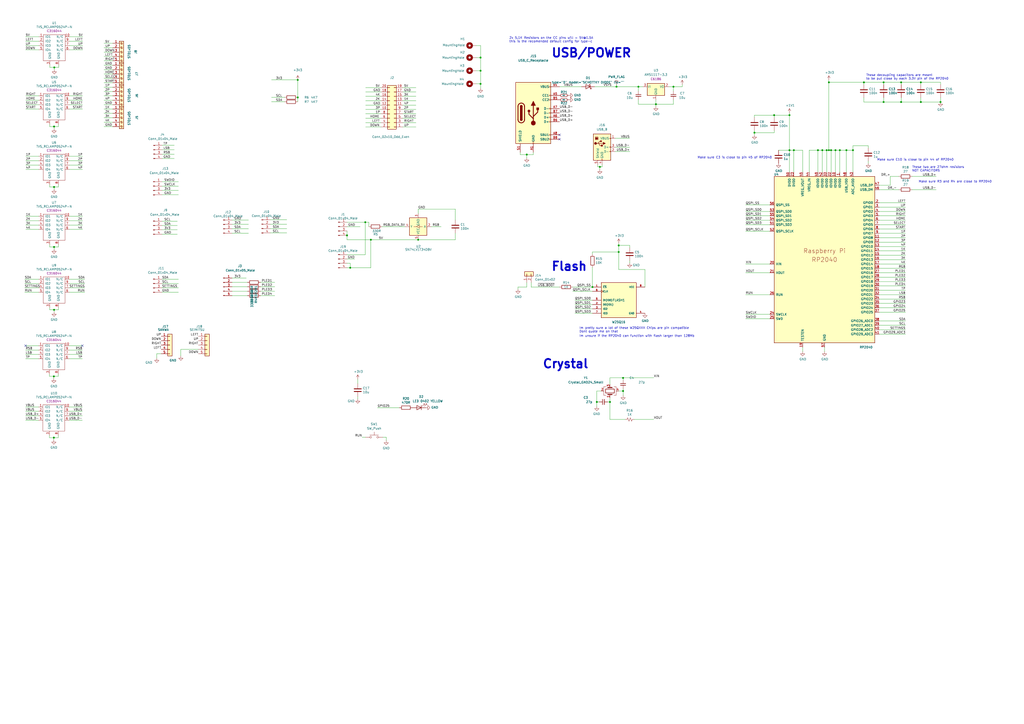
<source format=kicad_sch>
(kicad_sch (version 20211123) (generator eeschema)
  (paper "A2")
  (junction (at 501.142 47.752))
  (junction (at 545.592 59.182))
  (junction (at 357.632 50.292))
  (junction (at 449.072 66.802))
  (junction (at 305.562 89.662))
  (junction (at 343.662 166.497))
  (junction (at 358.902 142.367))
  (junction (at 494.792 87.122))
  (junction (at 278.765 41.021))
  (junction (at 172.72 46.355))
  (junction (at 390.652 50.292))
  (junction (at 380.492 60.452))
  (junction (at 215.138 139.065))
  (junction (at 211.8914 128.905))
  (junction (at 31.369 179.705))
  (junction (at 353.822 233.172))
  (junction (at 203.1573 155.321))
  (junction (at 278.765 48.641))
  (junction (at 31.369 73.406))
  (junction (at 487.172 87.122))
  (junction (at 358.902 146.177))
  (junction (at 242.57 139.065))
  (junction (at 201.295 136.525))
  (junction (at 460.502 87.122))
  (junction (at 437.642 76.962))
  (junction (at 457.962 87.122))
  (junction (at 512.572 47.752))
  (junction (at 534.162 59.182))
  (junction (at 361.442 219.202))
  (junction (at 31.496 39.116))
  (junction (at 534.162 47.752))
  (junction (at 278.765 33.401))
  (junction (at 474.472 87.122))
  (junction (at 512.572 59.182))
  (junction (at 172.72 56.515))
  (junction (at 522.732 47.752))
  (junction (at 346.202 233.172))
  (junction (at 457.962 66.802))
  (junction (at 522.732 59.182))
  (junction (at 31.369 108.458))
  (junction (at 482.092 87.122))
  (junction (at 477.012 87.122))
  (junction (at 31.242 218.313))
  (junction (at 31.242 253.873))
  (junction (at 480.822 87.122))
  (junction (at 361.442 226.822))
  (junction (at 490.982 87.122))
  (junction (at 484.632 87.122))
  (junction (at 480.822 47.752))
  (junction (at 370.332 50.292))
  (junction (at 31.369 143.256))
  (junction (at 479.552 87.122))
  (junction (at 347.98 96.774))
  (no_connect (at 14.859 200.533))
  (no_connect (at 47.752 200.533))
  (no_connect (at 324.612 78.232))
  (no_connect (at 324.612 80.772))
  (wire (pts (xy 512.572 47.752) (xy 522.732 47.752)))
  (wire (pts (xy 242.57 123.825) (xy 242.57 121.285)))
  (wire (pts (xy 31.369 108.458) (xy 31.369 109.728)))
  (wire (pts (xy 222.123 253.619) (xy 224.028 253.619)))
  (wire (pts (xy 324.612 50.292) (xy 337.312 50.292)))
  (wire (pts (xy 437.642 75.692) (xy 437.642 76.962)))
  (wire (pts (xy 480.822 46.482) (xy 480.822 47.752)))
  (wire (pts (xy 510.032 165.862) (xy 525.272 165.862)))
  (wire (pts (xy 487.172 87.122) (xy 487.172 99.822)))
  (wire (pts (xy 512.572 59.182) (xy 522.732 59.182)))
  (wire (pts (xy 501.142 59.182) (xy 512.572 59.182)))
  (wire (pts (xy 224.028 253.619) (xy 224.028 255.524)))
  (wire (pts (xy 166.37 135.128) (xy 156.845 135.128)))
  (wire (pts (xy 484.632 87.122) (xy 487.172 87.122)))
  (wire (pts (xy 457.962 65.532) (xy 457.962 66.802)))
  (wire (pts (xy 40.259 90.678) (xy 47.879 90.678)))
  (wire (pts (xy 101.092 84.328) (xy 94.107 84.328)))
  (wire (pts (xy 40.259 125.476) (xy 47.879 125.476)))
  (wire (pts (xy 166.37 130.048) (xy 156.845 130.048)))
  (wire (pts (xy 478.282 201.422) (xy 478.282 203.962)))
  (wire (pts (xy 40.259 60.706) (xy 47.879 60.706)))
  (wire (pts (xy 165.1 59.055) (xy 157.48 59.055)))
  (wire (pts (xy 305.562 89.662) (xy 309.372 89.662)))
  (wire (pts (xy 40.132 243.713) (xy 47.752 243.713)))
  (wire (pts (xy 370.332 50.292) (xy 370.332 52.832)))
  (wire (pts (xy 134.62 168.91) (xy 143.51 168.91)))
  (wire (pts (xy 510.032 188.722) (xy 525.272 188.722)))
  (wire (pts (xy 510.032 178.562) (xy 525.272 178.562)))
  (wire (pts (xy 446.532 182.372) (xy 432.562 182.372)))
  (wire (pts (xy 437.642 76.962) (xy 449.072 76.962)))
  (wire (pts (xy 446.532 134.112) (xy 432.562 134.112)))
  (wire (pts (xy 309.372 89.662) (xy 309.372 88.392)))
  (wire (pts (xy 14.859 200.533) (xy 22.352 200.533)))
  (wire (pts (xy 446.532 158.242) (xy 432.562 158.242)))
  (wire (pts (xy 215.138 139.065) (xy 242.57 139.065)))
  (wire (pts (xy 353.822 230.632) (xy 353.822 233.172)))
  (wire (pts (xy 101.092 86.868) (xy 94.107 86.868)))
  (wire (pts (xy 349.25 95.504) (xy 349.25 96.774)))
  (wire (pts (xy 144.145 132.715) (xy 134.62 132.715)))
  (wire (pts (xy 144.145 127.635) (xy 134.62 127.635)))
  (wire (pts (xy 201.295 152.781) (xy 203.1573 152.781)))
  (wire (pts (xy 40.259 161.925) (xy 49.149 161.925)))
  (wire (pts (xy 361.442 225.552) (xy 361.442 226.822)))
  (wire (pts (xy 40.132 238.633) (xy 47.752 238.633)))
  (wire (pts (xy 358.902 141.097) (xy 358.902 142.367)))
  (wire (pts (xy 14.986 55.626) (xy 22.479 55.626)))
  (wire (pts (xy 40.259 95.758) (xy 47.879 95.758)))
  (wire (pts (xy 14.986 98.298) (xy 22.479 98.298)))
  (wire (pts (xy 457.962 66.802) (xy 457.962 87.122)))
  (wire (pts (xy 432.562 127.762) (xy 446.532 127.762)))
  (wire (pts (xy 534.162 59.182) (xy 522.732 59.182)))
  (wire (pts (xy 503.682 84.582) (xy 494.792 84.582)))
  (wire (pts (xy 207.518 230.124) (xy 207.518 231.394)))
  (wire (pts (xy 134.62 161.29) (xy 142.875 161.29)))
  (wire (pts (xy 201.295 155.321) (xy 203.1573 155.321)))
  (wire (pts (xy 357.632 49.022) (xy 357.632 50.292)))
  (wire (pts (xy 134.62 163.83) (xy 143.51 163.83)))
  (wire (pts (xy 469.392 87.122) (xy 474.472 87.122)))
  (wire (pts (xy 34.036 39.116) (xy 34.036 37.846)))
  (wire (pts (xy 14.351 161.925) (xy 22.479 161.925)))
  (wire (pts (xy 31.369 143.256) (xy 31.369 144.526)))
  (wire (pts (xy 361.442 226.822) (xy 361.442 229.362)))
  (wire (pts (xy 65.405 58.166) (xy 60.325 58.166)))
  (wire (pts (xy 305.562 89.662) (xy 305.562 91.567)))
  (wire (pts (xy 446.532 184.912) (xy 432.562 184.912)))
  (wire (pts (xy 40.259 130.556) (xy 47.879 130.556)))
  (wire (pts (xy 390.652 50.292) (xy 395.732 50.292)))
  (wire (pts (xy 278.765 48.641) (xy 278.765 51.181)))
  (wire (pts (xy 480.822 47.752) (xy 501.142 47.752)))
  (wire (pts (xy 510.032 173.482) (xy 525.272 173.482)))
  (wire (pts (xy 31.369 73.406) (xy 33.909 73.406)))
  (wire (pts (xy 65.405 63.246) (xy 60.325 63.246)))
  (wire (pts (xy 370.332 50.292) (xy 372.872 50.292)))
  (wire (pts (xy 14.986 125.476) (xy 22.479 125.476)))
  (wire (pts (xy 31.496 39.116) (xy 31.496 40.386)))
  (wire (pts (xy 510.032 181.102) (xy 525.272 181.102)))
  (wire (pts (xy 510.032 109.982) (xy 521.462 109.982)))
  (wire (pts (xy 115.062 202.692) (xy 104.902 202.692)))
  (wire (pts (xy 510.032 130.302) (xy 525.272 130.302)))
  (wire (pts (xy 201.295 136.525) (xy 201.295 133.985)))
  (wire (pts (xy 346.202 233.172) (xy 346.202 235.712)))
  (wire (pts (xy 361.442 219.202) (xy 361.442 220.472)))
  (wire (pts (xy 40.259 98.298) (xy 47.879 98.298)))
  (wire (pts (xy 344.932 50.292) (xy 357.632 50.292)))
  (wire (pts (xy 503.682 93.472) (xy 503.682 94.742)))
  (wire (pts (xy 457.962 87.122) (xy 457.962 99.822)))
  (wire (pts (xy 510.032 127.762) (xy 525.272 127.762)))
  (wire (pts (xy 212.09 58.42) (xy 220.98 58.42)))
  (wire (pts (xy 457.962 87.122) (xy 451.612 87.122)))
  (wire (pts (xy 474.472 87.122) (xy 477.012 87.122)))
  (wire (pts (xy 510.032 145.542) (xy 525.272 145.542)))
  (wire (pts (xy 490.982 87.122) (xy 494.792 87.122)))
  (wire (pts (xy 370.332 60.452) (xy 380.492 60.452)))
  (wire (pts (xy 28.702 218.313) (xy 31.242 218.313)))
  (wire (pts (xy 301.752 88.392) (xy 301.752 89.662)))
  (wire (pts (xy 365.252 151.257) (xy 365.252 152.527)))
  (wire (pts (xy 534.162 56.642) (xy 534.162 59.182)))
  (wire (pts (xy 545.592 56.642) (xy 545.592 59.182)))
  (wire (pts (xy 241.3 66.04) (xy 233.68 66.04)))
  (wire (pts (xy 278.765 41.021) (xy 278.765 48.641)))
  (wire (pts (xy 449.072 66.802) (xy 457.962 66.802)))
  (wire (pts (xy 14.859 243.713) (xy 22.352 243.713)))
  (wire (pts (xy 241.3 53.34) (xy 233.68 53.34)))
  (wire (pts (xy 501.142 47.752) (xy 512.572 47.752)))
  (wire (pts (xy 28.829 179.705) (xy 31.369 179.705)))
  (wire (pts (xy 356.87 80.264) (xy 365.252 80.264)))
  (wire (pts (xy 65.405 48.006) (xy 60.325 48.006)))
  (wire (pts (xy 241.3 63.5) (xy 233.68 63.5)))
  (wire (pts (xy 40.132 200.533) (xy 47.752 200.533)))
  (wire (pts (xy 479.552 87.122) (xy 480.822 87.122)))
  (wire (pts (xy 241.3 73.66) (xy 233.68 73.66)))
  (wire (pts (xy 40.259 63.246) (xy 47.879 63.246)))
  (wire (pts (xy 93.98 164.465) (xy 103.505 164.465)))
  (wire (pts (xy 449.072 76.962) (xy 449.072 75.692)))
  (wire (pts (xy 432.562 122.682) (xy 446.532 122.682)))
  (wire (pts (xy 361.442 219.202) (xy 379.222 219.202)))
  (wire (pts (xy 353.822 243.332) (xy 362.712 243.332)))
  (wire (pts (xy 510.032 135.382) (xy 525.272 135.382)))
  (wire (pts (xy 14.859 241.173) (xy 22.352 241.173)))
  (wire (pts (xy 437.642 66.802) (xy 449.072 66.802)))
  (wire (pts (xy 477.012 87.122) (xy 479.552 87.122)))
  (wire (pts (xy 484.632 99.822) (xy 484.632 87.122)))
  (wire (pts (xy 374.142 166.497) (xy 374.142 156.337)))
  (wire (pts (xy 241.3 68.58) (xy 233.68 68.58)))
  (wire (pts (xy 28.829 72.136) (xy 28.829 73.406)))
  (wire (pts (xy 210.058 253.619) (xy 211.963 253.619)))
  (wire (pts (xy 40.386 28.956) (xy 48.006 28.956)))
  (wire (pts (xy 242.57 139.065) (xy 264.16 139.065)))
  (wire (pts (xy 65.405 35.306) (xy 60.325 35.306)))
  (wire (pts (xy 308.102 166.497) (xy 324.612 166.497)))
  (wire (pts (xy 201.295 139.065) (xy 215.138 139.065)))
  (wire (pts (xy 201.295 131.445) (xy 208.915 131.445)))
  (wire (pts (xy 510.032 148.082) (xy 525.272 148.082)))
  (wire (pts (xy 510.032 170.942) (xy 525.272 170.942)))
  (wire (pts (xy 40.386 23.876) (xy 48.006 23.876)))
  (wire (pts (xy 487.172 87.122) (xy 490.982 87.122)))
  (wire (pts (xy 305.562 163.957) (xy 305.562 166.497)))
  (wire (pts (xy 522.732 49.022) (xy 522.732 47.752)))
  (wire (pts (xy 31.242 218.313) (xy 33.782 218.313)))
  (wire (pts (xy 308.102 163.957) (xy 308.102 166.497)))
  (wire (pts (xy 529.082 102.362) (xy 543.052 102.362)))
  (wire (pts (xy 31.496 39.116) (xy 34.036 39.116)))
  (wire (pts (xy 65.405 68.326) (xy 60.325 68.326)))
  (wire (pts (xy 31.369 143.256) (xy 33.909 143.256)))
  (wire (pts (xy 65.405 37.846) (xy 60.325 37.846)))
  (wire (pts (xy 510.032 168.402) (xy 525.272 168.402)))
  (wire (pts (xy 14.859 236.093) (xy 22.352 236.093)))
  (wire (pts (xy 522.732 47.752) (xy 534.162 47.752)))
  (wire (pts (xy 40.132 236.093) (xy 47.752 236.093)))
  (wire (pts (xy 65.405 50.546) (xy 60.325 50.546)))
  (wire (pts (xy 14.986 93.218) (xy 22.479 93.218)))
  (wire (pts (xy 14.986 133.096) (xy 22.479 133.096)))
  (wire (pts (xy 300.482 166.497) (xy 300.482 167.767)))
  (wire (pts (xy 28.702 253.873) (xy 31.242 253.873)))
  (wire (pts (xy 545.592 59.182) (xy 534.162 59.182)))
  (wire (pts (xy 40.259 167.005) (xy 49.149 167.005)))
  (wire (pts (xy 203.1573 155.321) (xy 215.138 155.321)))
  (wire (pts (xy 356.87 87.884) (xy 365.379 87.884)))
  (wire (pts (xy 510.032 132.842) (xy 525.272 132.842)))
  (wire (pts (xy 465.582 99.822) (xy 465.582 87.122)))
  (wire (pts (xy 346.71 96.774) (xy 347.98 96.774)))
  (wire (pts (xy 343.662 147.447) (xy 343.662 146.177)))
  (wire (pts (xy 101.092 89.408) (xy 94.107 89.408)))
  (wire (pts (xy 159.385 166.37) (xy 151.13 166.37)))
  (wire (pts (xy 14.859 203.073) (xy 22.352 203.073)))
  (wire (pts (xy 449.072 68.072) (xy 449.072 66.802)))
  (wire (pts (xy 65.405 53.086) (xy 60.325 53.086)))
  (wire (pts (xy 490.982 99.822) (xy 490.982 87.122)))
  (wire (pts (xy 534.162 47.752) (xy 545.592 47.752)))
  (wire (pts (xy 93.98 167.005) (xy 103.505 167.005)))
  (wire (pts (xy 510.032 153.162) (xy 525.272 153.162)))
  (wire (pts (xy 365.252 142.367) (xy 358.902 142.367)))
  (wire (pts (xy 276.225 41.021) (xy 278.765 41.021)))
  (wire (pts (xy 380.492 60.452) (xy 380.492 61.722)))
  (wire (pts (xy 522.732 56.642) (xy 522.732 59.182)))
  (wire (pts (xy 65.405 55.626) (xy 60.325 55.626)))
  (wire (pts (xy 14.859 21.336) (xy 22.606 21.336)))
  (wire (pts (xy 103.505 105.41) (xy 93.98 105.41)))
  (wire (pts (xy 31.242 218.313) (xy 31.242 219.583)))
  (wire (pts (xy 65.405 25.146) (xy 60.325 25.146)))
  (wire (pts (xy 40.259 169.545) (xy 49.149 169.545)))
  (wire (pts (xy 510.032 137.922) (xy 525.272 137.922)))
  (wire (pts (xy 278.765 26.416) (xy 278.765 33.401)))
  (wire (pts (xy 65.405 40.386) (xy 60.325 40.386)))
  (wire (pts (xy 201.295 128.905) (xy 211.8914 128.905)))
  (wire (pts (xy 31.369 179.705) (xy 31.369 180.975)))
  (wire (pts (xy 276.225 26.416) (xy 278.765 26.416)))
  (wire (pts (xy 33.909 108.458) (xy 33.909 107.188)))
  (wire (pts (xy 347.98 96.774) (xy 347.98 98.298)))
  (wire (pts (xy 14.859 208.153) (xy 22.352 208.153)))
  (wire (pts (xy 201.295 136.525) (xy 201.295 139.065)))
  (wire (pts (xy 437.642 76.962) (xy 437.642 78.232)))
  (wire (pts (xy 367.792 243.332) (xy 379.222 243.332)))
  (wire (pts (xy 264.16 139.065) (xy 264.16 135.255)))
  (wire (pts (xy 510.032 163.322) (xy 525.272 163.322)))
  (wire (pts (xy 469.392 99.822) (xy 469.392 87.122)))
  (wire (pts (xy 465.582 87.122) (xy 460.502 87.122)))
  (wire (pts (xy 134.62 171.45) (xy 143.51 171.45)))
  (wire (pts (xy 480.822 47.752) (xy 480.822 87.122)))
  (wire (pts (xy 40.132 203.073) (xy 47.752 203.073)))
  (wire (pts (xy 28.829 143.256) (xy 31.369 143.256)))
  (wire (pts (xy 33.909 179.705) (xy 33.909 178.435)))
  (wire (pts (xy 446.532 118.872) (xy 432.562 118.872)))
  (wire (pts (xy 332.232 169.037) (xy 343.662 169.037)))
  (wire (pts (xy 14.351 169.545) (xy 22.479 169.545)))
  (wire (pts (xy 14.986 90.678) (xy 22.479 90.678)))
  (wire (pts (xy 432.562 130.302) (xy 446.532 130.302)))
  (wire (pts (xy 343.662 181.737) (xy 333.502 181.737)))
  (wire (pts (xy 65.405 32.766) (xy 60.325 32.766)))
  (wire (pts (xy 104.902 202.692) (xy 104.902 206.502)))
  (wire (pts (xy 278.765 33.401) (xy 278.765 41.021)))
  (wire (pts (xy 221.615 131.445) (xy 234.95 131.445)))
  (wire (pts (xy 159.385 171.45) (xy 151.13 171.45)))
  (wire (pts (xy 510.032 120.142) (xy 525.272 120.142)))
  (wire (pts (xy 343.662 174.117) (xy 333.502 174.117)))
  (wire (pts (xy 276.225 48.641) (xy 278.765 48.641)))
  (wire (pts (xy 40.386 21.336) (xy 48.006 21.336)))
  (wire (pts (xy 380.492 60.452) (xy 390.652 60.452)))
  (wire (pts (xy 14.859 205.613) (xy 22.352 205.613)))
  (wire (pts (xy 14.986 130.556) (xy 22.479 130.556)))
  (wire (pts (xy 510.032 125.222) (xy 525.272 125.222)))
  (wire (pts (xy 172.72 46.355) (xy 172.72 56.515)))
  (wire (pts (xy 432.562 153.162) (xy 446.532 153.162)))
  (wire (pts (xy 101.092 91.948) (xy 94.107 91.948)))
  (wire (pts (xy 14.859 28.956) (xy 22.606 28.956)))
  (wire (pts (xy 215.138 155.321) (xy 215.138 139.065)))
  (wire (pts (xy 480.822 87.122) (xy 482.092 87.122)))
  (wire (pts (xy 343.662 155.067) (xy 343.662 166.497)))
  (wire (pts (xy 144.145 130.175) (xy 134.62 130.175)))
  (wire (pts (xy 14.859 26.416) (xy 22.606 26.416)))
  (wire (pts (xy 93.98 169.545) (xy 103.505 169.545)))
  (wire (pts (xy 31.369 179.705) (xy 33.909 179.705)))
  (wire (pts (xy 159.385 168.91) (xy 151.13 168.91)))
  (wire (pts (xy 40.259 164.465) (xy 49.149 164.465)))
  (wire (pts (xy 14.986 60.706) (xy 22.479 60.706)))
  (wire (pts (xy 28.829 141.986) (xy 28.829 143.256)))
  (wire (pts (xy 370.332 57.912) (xy 370.332 60.452)))
  (wire (pts (xy 211.8914 147.701) (xy 211.8914 128.905)))
  (wire (pts (xy 14.986 63.246) (xy 22.479 63.246)))
  (wire (pts (xy 357.632 50.292) (xy 370.332 50.292)))
  (wire (pts (xy 494.792 84.582) (xy 494.792 87.122)))
  (wire (pts (xy 40.259 55.626) (xy 47.879 55.626)))
  (wire (pts (xy 241.3 50.8) (xy 233.68 50.8)))
  (wire (pts (xy 28.956 37.846) (xy 28.956 39.116)))
  (wire (pts (xy 333.502 176.657) (xy 343.662 176.657)))
  (wire (pts (xy 516.382 102.362) (xy 516.382 107.442)))
  (wire (pts (xy 516.382 102.362) (xy 521.462 102.362)))
  (wire (pts (xy 33.782 253.873) (xy 33.782 252.603)))
  (wire (pts (xy 40.132 208.153) (xy 47.752 208.153)))
  (wire (pts (xy 343.662 179.197) (xy 333.502 179.197)))
  (wire (pts (xy 14.986 58.166) (xy 22.479 58.166)))
  (wire (pts (xy 65.405 45.466) (xy 60.325 45.466)))
  (wire (pts (xy 165.1 56.515) (xy 157.48 56.515)))
  (wire (pts (xy 40.386 26.416) (xy 48.006 26.416)))
  (wire (pts (xy 90.932 205.232) (xy 90.932 207.772)))
  (wire (pts (xy 510.032 143.002) (xy 525.272 143.002)))
  (wire (pts (xy 390.652 57.912) (xy 390.652 60.452)))
  (wire (pts (xy 212.09 63.5) (xy 220.98 63.5)))
  (wire (pts (xy 348.742 226.822) (xy 346.202 226.822)))
  (wire (pts (xy 159.385 163.83) (xy 151.13 163.83)))
  (wire (pts (xy 510.032 176.022) (xy 525.272 176.022)))
  (wire (pts (xy 390.652 50.292) (xy 390.652 52.832)))
  (wire (pts (xy 512.572 59.182) (xy 512.572 56.642)))
  (wire (pts (xy 465.582 201.422) (xy 465.582 203.962)))
  (wire (pts (xy 31.242 253.873) (xy 33.782 253.873)))
  (wire (pts (xy 65.405 30.226) (xy 60.325 30.226)))
  (wire (pts (xy 212.09 53.34) (xy 220.98 53.34)))
  (wire (pts (xy 40.259 133.096) (xy 47.879 133.096)))
  (wire (pts (xy 40.259 128.016) (xy 47.879 128.016)))
  (wire (pts (xy 510.032 150.622) (xy 525.272 150.622)))
  (wire (pts (xy 380.492 57.912) (xy 380.492 60.452)))
  (wire (pts (xy 93.472 205.232) (xy 90.932 205.232)))
  (wire (pts (xy 102.87 128.27) (xy 93.98 128.27)))
  (wire (pts (xy 343.662 146.177) (xy 358.902 146.177)))
  (wire (pts (xy 65.405 73.406) (xy 60.325 73.406)))
  (wire (pts (xy 510.032 117.602) (xy 525.272 117.602)))
  (wire (pts (xy 65.405 60.706) (xy 60.325 60.706)))
  (wire (pts (xy 482.092 99.822) (xy 482.092 87.122)))
  (wire (pts (xy 144.145 135.255) (xy 134.62 135.255)))
  (wire (pts (xy 241.3 58.42) (xy 233.68 58.42)))
  (wire (pts (xy 212.09 71.12) (xy 220.98 71.12)))
  (wire (pts (xy 482.092 87.122) (xy 484.632 87.122)))
  (wire (pts (xy 14.986 128.016) (xy 22.479 128.016)))
  (wire (pts (xy 213.995 128.905) (xy 213.995 131.445)))
  (wire (pts (xy 102.87 130.81) (xy 93.98 130.81)))
  (wire (pts (xy 33.909 73.406) (xy 33.909 72.136)))
  (wire (pts (xy 353.822 219.202) (xy 361.442 219.202)))
  (wire (pts (xy 65.405 27.686) (xy 60.325 27.686)))
  (wire (pts (xy 460.502 87.122) (xy 457.962 87.122)))
  (wire (pts (xy 28.702 217.043) (xy 28.702 218.313)))
  (wire (pts (xy 231.648 236.474) (xy 218.948 236.474)))
  (wire (pts (xy 510.032 155.702) (xy 525.272 155.702)))
  (wire (pts (xy 437.642 68.072) (xy 437.642 66.802)))
  (wire (pts (xy 212.09 66.04) (xy 220.98 66.04)))
  (wire (pts (xy 40.132 241.173) (xy 47.752 241.173)))
  (wire (pts (xy 510.032 107.442) (xy 516.382 107.442)))
  (wire (pts (xy 212.09 50.8) (xy 220.98 50.8)))
  (wire (pts (xy 503.682 84.582) (xy 503.682 85.852)))
  (wire (pts (xy 501.142 56.642) (xy 501.142 59.182)))
  (wire (pts (xy 14.986 95.758) (xy 22.479 95.758)))
  (wire (pts (xy 207.518 219.964) (xy 207.518 222.504)))
  (wire (pts (xy 474.472 99.822) (xy 474.472 87.122)))
  (wire (pts (xy 529.082 109.982) (xy 543.052 109.982)))
  (wire (pts (xy 212.09 55.88) (xy 220.98 55.88)))
  (wire (pts (xy 264.16 121.285) (xy 264.16 127.635)))
  (wire (pts (xy 28.829 73.406) (xy 31.369 73.406)))
  (wire (pts (xy 201.295 150.241) (xy 205.74 150.241)))
  (wire (pts (xy 353.822 233.172) (xy 353.822 243.332)))
  (wire (pts (xy 28.829 178.435) (xy 28.829 179.705)))
  (wire (pts (xy 332.232 166.497) (xy 343.662 166.497)))
  (wire (pts (xy 172.72 56.515) (xy 172.72 59.055)))
  (wire (pts (xy 346.202 226.822) (xy 346.202 233.172)))
  (wire (pts (xy 14.859 23.876) (xy 22.606 23.876)))
  (wire (pts (xy 358.902 156.337) (xy 374.142 156.337)))
  (wire (pts (xy 93.98 113.03) (xy 103.505 113.03)))
  (wire (pts (xy 241.3 71.12) (xy 233.68 71.12)))
  (wire (pts (xy 201.295 147.701) (xy 211.8914 147.701)))
  (wire (pts (xy 432.562 125.222) (xy 446.532 125.222)))
  (wire (pts (xy 33.909 143.256) (xy 33.909 141.986)))
  (wire (pts (xy 103.505 161.925) (xy 93.98 161.925)))
  (wire (pts (xy 102.87 133.35) (xy 93.98 133.35)))
  (wire (pts (xy 534.162 49.022) (xy 534.162 47.752)))
  (wire (pts (xy 395.732 49.022) (xy 395.732 50.292)))
  (wire (pts (xy 28.956 39.116) (xy 31.496 39.116)))
  (wire (pts (xy 31.242 253.873) (xy 31.242 255.143)))
  (wire (pts (xy 545.592 49.022) (xy 545.592 47.752)))
  (wire (pts (xy 14.351 164.465) (xy 22.479 164.465)))
  (wire (pts (xy 203.1573 152.781) (xy 203.1573 155.321)))
  (wire (pts (xy 28.829 108.458) (xy 31.369 108.458)))
  (wire (pts (xy 301.752 89.662) (xy 305.562 89.662)))
  (wire (pts (xy 212.09 68.58) (xy 220.98 68.58)))
  (wire (pts (xy 510.032 158.242) (xy 525.272 158.242)))
  (wire (pts (xy 300.482 166.497) (xy 305.562 166.497)))
  (wire (pts (xy 512.572 49.022) (xy 512.572 47.752)))
  (wire (pts (xy 510.032 140.462) (xy 525.272 140.462)))
  (wire (pts (xy 65.405 70.866) (xy 60.325 70.866)))
  (wire (pts (xy 276.225 33.401) (xy 278.765 33.401)))
  (wire (pts (xy 347.98 96.774) (xy 349.25 96.774)))
  (wire (pts (xy 134.62 166.37) (xy 143.51 166.37)))
  (wire (pts (xy 211.8914 128.905) (xy 213.995 128.905)))
  (wire (pts (xy 40.259 58.166) (xy 47.879 58.166)))
  (wire (pts (xy 241.3 60.96) (xy 233.68 60.96)))
  (wire (pts (xy 166.37 132.588) (xy 156.845 132.588)))
  (wire (pts (xy 501.142 49.022) (xy 501.142 47.752)))
  (wire (pts (xy 166.37 127.508) (xy 156.845 127.508)))
  (wire (pts (xy 14.859 238.633) (xy 22.352 238.633)))
  (wire (pts (xy 33.782 218.313) (xy 33.782 217.043)))
  (wire (pts (xy 510.032 191.262) (xy 525.272 191.262)))
  (wire (pts (xy 40.259 93.218) (xy 47.879 93.218)))
  (wire (pts (xy 510.032 193.802) (xy 525.272 193.802)))
  (wire (pts (xy 250.19 131.445) (xy 255.905 131.445)))
  (wire (pts (xy 479.552 99.822) (xy 479.552 87.122)))
  (wire (pts (xy 241.3 55.88) (xy 233.68 55.88)))
  (wire (pts (xy 358.902 226.822) (xy 361.442 226.822)))
  (wire (pts (xy 242.57 121.285) (xy 264.16 121.285)))
  (wire (pts (xy 356.87 85.344) (xy 365.252 85.344)))
  (wire (pts (xy 460.502 99.822) (xy 460.502 87.122)))
  (wire (pts (xy 346.71 95.504) (xy 346.71 96.774)))
  (wire (pts (xy 212.09 73.66) (xy 220.98 73.66)))
  (wire (pts (xy 477.012 99.822) (xy 477.012 87.122)))
  (wire (pts (xy 65.405 42.926) (xy 60.325 42.926)))
  (wire (pts (xy 212.09 60.96) (xy 220.98 60.96)))
  (wire (pts (xy 31.369 73.406) (xy 31.369 74.676)))
  (wire (pts (xy 446.532 170.942) (xy 432.562 170.942)))
  (wire (pts (xy 353.822 219.202) (xy 353.822 223.012)))
  (wire (pts (xy 40.132 205.613) (xy 47.752 205.613)))
  (wire (pts (xy 31.369 108.458) (xy 33.909 108.458)))
  (wire (pts (xy 358.902 142.367) (xy 358.902 146.177)))
  (wire (pts (xy 365.252 143.637) (xy 365.252 142.367)))
  (wire (pts (xy 510.032 122.682) (xy 525.272 122.682)))
  (wire (pts (xy 28.702 252.603) (xy 28.702 253.873)))
  (wire (pts (xy 510.032 186.182) (xy 525.272 186.182)))
  (wire (pts (xy 14.351 167.005) (xy 22.479 167.005)))
  (wire (pts (xy 388.112 50.292) (xy 390.652 50.292)))
  (wire (pts (xy 65.405 65.786) (xy 60.325 65.786)))
  (wire (pts (xy 103.505 110.49) (xy 93.98 110.49)))
  (wire (pts (xy 494.792 87.122) (xy 494.792 99.822)))
  (wire (pts (xy 103.505 107.95) (xy 93.98 107.95)))
  (wire (pts (xy 352.552 233.172) (xy 353.822 233.172)))
  (wire (pts (xy 358.902 146.177) (xy 358.902 156.337)))
  (wire (pts (xy 510.032 160.782) (xy 525.272 160.782)))
  (wire (pts (xy 157.48 46.355) (xy 172.72 46.355)))
  (wire (pts (xy 102.87 135.89) (xy 93.98 135.89)))
  (wire (pts (xy 347.472 233.172) (xy 346.202 233.172)))
  (wire (pts (xy 28.829 107.188) (xy 28.829 108.458)))
  (text "Im pretty sure a lot of these W25QXXX Chips are pin compatible\nDont quote me on that" (at 336.042 193.167 0) (effects (font (size 1.27 1.27)) (justify left bottom)))
  (text "Make sure C3 is close to pin 45 of RP2040" (at 447.802 92.202 180) (effects (font (size 1.27 1.27)) (justify right bottom)))
  (text "Make sure R3 and R4 are close to RP2040" (at 532.892 106.172 0) (effects (font (size 1.27 1.27)) (justify left bottom)))
  (text "These decoupling capacitors are meant\nto be put close by each 3.3V pin of the RP2040" (at 502.412 46.482 0) (effects (font (size 1.27 1.27)) (justify left bottom)))
  (text "These two are 27ohm resistors \nNOT CAPACITORS" (at 529.082 99.822 0) (effects (font (size 1.27 1.27)) (justify left bottom)))
  (text "Make sure C10 is close to pin 44 of RP2040" (at 508.762 93.472 0) (effects (font (size 1.27 1.27)) (justify left bottom)))
  (text "Flash" (at 319.532 157.607 0) (effects (font (size 5.0038 5.0038) (thickness 1.0008) bold) (justify left bottom)))
  (text "2x 5.1K Resistors on the CC pins will = 5V@1.5A\nthis is the recomended default config for type-c" (at 295.402 24.892 0) (effects (font (size 1.27 1.27)) (justify left bottom)))
  (text "Im unsure if the RP2040 can function with flash larger than 128Mb" (at 336.042 195.707 0) (effects (font (size 1.27 1.27)) (justify left bottom)))
  (text "USB/POWER" (at 319.532 33.782 0) (effects (font (size 5.0038 5.0038) (thickness 1.0008) bold) (justify left bottom)))
  (text "Crystal" (at 314.452 214.122 0) (effects (font (size 5.0038 5.0038) (thickness 1.0008) bold) (justify left bottom)))
  (label "LEFT" (at 115.062 195.072 180))
  (label "2P" (at 234.315 63.5 0))
  (label "XOUT" (at 432.562 158.242 0))
  (label "2K" (at 47.879 128.016 180))
  (label "2K" (at 60.96 65.786 0))
  (label "QSPI_SD3" (at 333.502 181.737 0))
  (label "VBUS" (at 14.859 236.093 0))
  (label "GND" (at 95.25 135.89 0))
  (label "HOME" (at 60.96 42.926 0))
  (label "USB_D+" (at 14.859 241.173 0))
  (label "PLED1" (at 525.272 158.242 180))
  (label "HOME" (at 525.272 127.762 180))
  (label "GND" (at 216.535 60.96 0))
  (label "SCL" (at 14.351 164.465 0))
  (label "~{USB_BOOT}" (at 311.912 166.497 0))
  (label "GND" (at 205.74 150.241 180))
  (label "4P" (at 234.315 60.96 0))
  (label "SDA" (at 49.149 161.925 180))
  (label "VBUS" (at 47.752 236.093 180))
  (label "USB_D+" (at 324.612 68.072 0))
  (label "3P" (at 525.272 140.462 180))
  (label "DOWN" (at 60.96 30.226 0))
  (label "START" (at 60.96 48.006 0))
  (label "USB_D-" (at 14.859 243.713 0))
  (label "RIGHT" (at 60.96 35.306 0))
  (label "USB_D-" (at 365.252 85.344 180))
  (label "3K" (at 60.96 68.326 0))
  (label "1K" (at 525.272 145.542 180))
  (label "4P" (at 14.986 98.298 0))
  (label "GPIO23" (at 525.272 176.022 180))
  (label "DR_-" (at 520.192 109.982 180))
  (label "QSPI_SS" (at 432.562 118.872 0))
  (label "GND" (at 60.96 37.846 0))
  (label "UP" (at 115.062 197.612 180))
  (label "SELECT" (at 234.315 68.58 0))
  (label "GND" (at 234.315 53.34 0))
  (label "SDA" (at 135.89 132.715 0))
  (label "RIGHT" (at 14.986 55.626 0))
  (label "SETTINGS" (at 49.149 167.005 180))
  (label "GPIO25" (at 525.272 181.102 180))
  (label "3K" (at 234.315 55.88 0))
  (label "LEFT" (at 525.272 117.602 180))
  (label "3V3" (at 135.89 161.29 0))
  (label "SCL" (at 158.115 135.128 0))
  (label "4K" (at 47.879 133.096 180))
  (label "RGB" (at 250.825 131.445 0))
  (label "SCL" (at 95.25 128.27 0))
  (label "TP" (at 47.752 208.153 180))
  (label "PLED4" (at 151.765 171.45 0))
  (label "SDA" (at 95.25 130.81 0))
  (label "SDA" (at 158.115 132.588 0))
  (label "UP" (at 234.315 73.66 0))
  (label "LSB" (at 47.752 205.613 180))
  (label "1P" (at 60.96 50.546 0))
  (label "5V" (at 217.805 50.8 0))
  (label "LSB" (at 525.272 170.942 180))
  (label "DOWN" (at 14.859 28.956 0))
  (label "4K" (at 217.805 55.88 0))
  (label "TP" (at 94.742 84.328 0))
  (label "PLED2" (at 525.272 160.782 180))
  (label "PLED3" (at 151.765 168.91 0))
  (label "GND" (at 158.115 127.508 0))
  (label "GND" (at 242.57 121.285 0))
  (label "TP" (at 525.272 168.402 180))
  (label "USB_D-" (at 47.752 243.713 180))
  (label "RIGHT" (at 93.472 200.152 180))
  (label "4K" (at 525.272 153.162 180))
  (label "SWDIO" (at 95.25 105.41 0))
  (label "DOWN" (at 93.472 197.612 180))
  (label "QSPI_SD1" (at 432.562 125.222 0))
  (label "GND" (at 60.96 73.406 0))
  (label "UP" (at 61.0372 27.686 0))
  (label "LEFT" (at 48.006 23.876 180))
  (label "5V" (at 60.96 25.146 0))
  (label "USB_D+" (at 365.379 87.884 180))
  (label "1P" (at 525.272 135.382 180))
  (label "RIGHT" (at 115.062 200.152 180))
  (label "START" (at 525.272 132.842 180))
  (label "SDA" (at 160.02 59.055 0))
  (label "START" (at 47.879 63.246 180))
  (label "RSB" (at 14.859 203.073 0))
  (label "4K" (at 60.96 70.866 0))
  (label "LSB" (at 14.859 205.613 0))
  (label "SDA" (at 525.272 186.182 180))
  (label "USB_D-" (at 543.052 109.982 180))
  (label "QSPI_SD2" (at 333.502 179.197 0))
  (label "2P" (at 525.272 137.922 180))
  (label "DOWN" (at 115.062 205.232 180))
  (label "SCL" (at 525.272 188.722 180))
  (label "QSPI_SD2" (at 432.562 127.762 0))
  (label "3P" (at 217.805 63.5 0))
  (label "SELECT" (at 14.986 60.706 0))
  (label "START" (at 14.986 63.246 0))
  (label "QSPI_SCLK" (at 332.232 169.037 0))
  (label "GND" (at 93.98 169.545 0))
  (label "SCL" (at 93.98 164.465 0))
  (label "1K" (at 234.315 58.42 0))
  (label "DOWN" (at 214.63 73.66 0))
  (label "GND" (at 60.96 60.706 0))
  (label "VBUS" (at 47.752 238.633 180))
  (label "RSB" (at 47.752 203.073 180))
  (label "UP" (at 14.859 26.416 0))
  (label "3V3" (at 135.89 130.175 0))
  (label "USB_D+" (at 543.052 102.362 180))
  (label "2K" (at 217.805 58.42 0))
  (label "1K" (at 14.986 125.476 0))
  (label "LEFT" (at 14.859 23.876 0))
  (label "TP" (at 14.859 208.153 0))
  (label "4P" (at 47.879 98.298 180))
  (label "RUN" (at 49.149 169.545 180))
  (label "SDA" (at 14.351 161.925 0))
  (label "4P" (at 525.272 143.002 180))
  (label "RIGHT" (at 234.315 71.12 0))
  (label "5V" (at 14.859 21.336 0))
  (label "PLED4" (at 525.272 165.862 180))
  (label "PLED1" (at 151.765 163.83 0))
  (label "RIGHT" (at 47.879 55.626 180))
  (label "SWCLK" (at 95.25 107.95 0))
  (label "3K" (at 525.272 150.622 180))
  (label "SELECT" (at 60.96 45.466 0))
  (label "1P" (at 217.805 66.04 0))
  (label "SETTINGS" (at 14.351 167.005 0))
  (label "1P" (at 14.986 90.678 0))
  (label "LEFT" (at 215.9 71.12 0))
  (label "QSPI_SD0" (at 333.502 174.117 0))
  (label "DOWN" (at 48.006 28.956 180))
  (label "LEFT" (at 60.96 32.766 0))
  (label "2P" (at 14.986 93.218 0))
  (label "3V3" (at 95.25 133.35 0))
  (label "GPIO24" (at 525.272 178.562 180))
  (label "2K" (at 525.272 148.082 180))
  (label "5V" (at 219.71 139.065 0))
  (label "XIN" (at 379.222 219.202 0))
  (label "SCL" (at 135.89 135.255 0))
  (label "2P" (at 47.879 93.218 180))
  (label "SWDIO" (at 432.562 184.912 0))
  (label "SCL" (at 49.149 164.465 180))
  (label "3P" (at 14.986 95.758 0))
  (label "3P" (at 47.879 95.758 180))
  (label "2P" (at 60.96 53.086 0))
  (label "HOME" (at 214.63 68.58 0))
  (label "RIGHT" (at 525.272 125.222 180))
  (label "3V3" (at 160.02 46.355 0))
  (label "RUN" (at 14.351 169.545 0))
  (label "3V3" (at 158.115 130.048 0))
  (label "GPIO25" (at 218.948 236.474 0))
  (label "1K" (at 47.879 125.476 180))
  (label "PLED3" (at 525.272 163.322 180))
  (label "USB_D-" (at 324.612 65.532 0))
  (label "VBUS" (at 365.252 80.264 180))
  (label "USB_D+" (at 47.752 241.173 180))
  (label "DR_+" (at 516.382 102.362 180))
  (label "DOWN" (at 525.272 122.682 180))
  (label "4K" (at 14.986 133.096 0))
  (label "SETTINGS" (at 93.98 167.005 0))
  (label "RGB_DATA_5V" (at 222.25 131.445 0))
  (label "RSB" (at 94.742 89.408 0))
  (label "USB_D-" (at 324.612 62.992 0))
  (label "3V3" (at 95.25 110.49 0))
  (label "5V" (at 48.006 21.336 180))
  (label "SETTINGS" (at 525.272 191.262 180))
  (label "GND" (at 94.742 91.948 0))
  (label "GND" (at 216.535 53.34 0))
  (label "START" (at 234.315 66.04 0))
  (label "QSPI_SD0" (at 432.562 122.682 0))
  (label "QSPI_SCLK" (at 432.562 134.112 0))
  (label "QSPI_SD1" (at 333.502 176.657 0))
  (label "VBUS" (at 14.859 238.633 0))
  (label "3K" (at 47.879 130.556 180))
  (label "VBUS" (at 327.152 50.292 0))
  (label "HOME" (at 14.986 58.166 0))
  (label "SELECT" (at 47.879 60.706 180))
  (label "4P" (at 60.96 58.166 0))
  (label "GND" (at 135.89 127.635 0))
  (label "GPIO29_ADC3" (at 525.272 193.802 180))
  (label "QSPI_SD3" (at 432.562 130.302 0))
  (label "UP" (at 525.272 120.142 180))
  (label "QSPI_SS" (at 334.772 166.497 0))
  (label "SELECT" (at 525.272 130.302 180))
  (label "XOUT" (at 379.222 243.332 0))
  (label "SDA" (at 93.98 161.925 0))
  (label "GND" (at 201.93 131.445 0))
  (label "UP" (at 48.006 26.416 180))
  (label "LSB" (at 94.742 86.868 0))
  (label "1K" (at 60.96 63.246 0))
  (label "3P" (at 60.96 55.626 0))
  (label "SWCLK" (at 432.562 182.372 0))
  (label "SCL" (at 160.02 56.515 0))
  (label "1P" (at 47.879 90.678 180))
  (label "RUN" (at 432.562 170.942 0))
  (label "RUN" (at 210.058 253.619 180))
  (label "UP" (at 93.472 195.072 180))
  (label "RSB" (at 525.272 173.482 180))
  (label "USB_D+" (at 324.612 70.612 0))
  (label "GND" (at 60.96 40.386 0))
  (label "LEFT" (at 93.472 202.692 180))
  (label "HOME" (at 47.879 58.166 180))
  (label "PLED2" (at 151.765 166.37 0))
  (label "RGB" (at 525.272 155.702 180))
  (label "3K" (at 14.986 130.556 0))
  (label "GND" (at 95.25 113.03 0))
  (label "XIN" (at 432.562 153.162 0))
  (label "2K" (at 14.986 128.016 0))
  (label "5V" (at 234.315 50.8 0))
  (label "VSYS" (at 350.012 50.292 0))
  (symbol (lib_id "Connector_Generic:Conn_02x10_Odd_Even") (at 228.6 63.5 180) (unit 1)
    (property "Reference" "J2" (at 228.6 45.085 0) (effects (justify left)))
    (property "Value" "Conn_02x10_Odd_Even" (at 237.49 79.375 0) (effects (justify left)))
    (property "Footprint" "Connector_PinHeader_2.54mm:PinHeader_2x10_P2.54mm_Vertical" (effects hide))
    (property "LCSC Part" "C492427" (effects hide))
  )
  (symbol (lib_id "Connector:Conn_01x05_Male") (at 129.54 166.37 0) (unit 1)
    (property "Reference" "J3" (at 140.335 154.305 0) (effects (justify right)))
    (property "Value" "Conn_01x05_Male" (at 147.955 156.845 0) (effects (justify right)))
    (property "Footprint" "Connector_JST:JST_PH_B5B-PH-K_1x05_P2.00mm_Vertical" (effects hide))
  )
  (symbol (lib_id "Connector:Conn_01x04_Male") (at 89.027 86.868 0) (unit 1)
    (property "Reference" "J4" (at 95.377 77.978 0) (effects (justify right)))
    (property "Value" "Conn_01x04_Male" (at 102.997 80.518 0) (effects (justify right)))
    (property "Footprint" "Connector_JST:JST_PH_B4B-PH-K_1x04_P2.00mm_Vertical" (effects hide))
    (property "LCSC Part" "C131334" (effects hide))
  )
  (symbol (lib_id "Device:R") (at 147.32 163.83 270) (unit 1)
    (property "Reference" "R1" (at 148.4884 165.608 0) (effects (justify left)))
    (property "Value" "330R" (at 146.177 165.608 0) (effects (justify left)))
    (property "Footprint" "Resistor_SMD:R_0402_1005Metric" (effects hide))
    (property "LCSC Part" "C25104" (effects hide))
  )
  (symbol (lib_id "Device:R") (at 147.32 166.37 270) (unit 1)
    (property "Reference" "R2" (at 148.4884 168.148 0) (effects (justify left)))
    (property "Value" "330R" (at 146.177 168.148 0) (effects (justify left)))
    (property "Footprint" "Resistor_SMD:R_0402_1005Metric" (effects hide))
    (property "LCSC Part" "C25104" (effects hide))
  )
  (symbol (lib_id "Device:R") (at 147.32 168.91 270) (unit 1)
    (property "Reference" "R3" (at 148.4884 170.688 0) (effects (justify left)))
    (property "Value" "330R" (at 146.177 170.688 0) (effects (justify left)))
    (property "Footprint" "Resistor_SMD:R_0402_1005Metric" (effects hide))
    (property "LCSC Part" "C25104" (effects hide))
  )
  (symbol (lib_id "Device:R") (at 147.32 171.45 270) (unit 1)
    (property "Reference" "R4" (at 148.4884 173.228 0) (effects (justify left)))
    (property "Value" "330R" (at 146.177 173.228 0) (effects (justify left)))
    (property "Footprint" "Resistor_SMD:R_0402_1005Metric" (effects hide))
    (property "LCSC Part" "C25104" (effects hide))
  )
  (symbol (lib_id "Logic_LevelTranslator:SN74LV1T34DBV") (at 242.57 131.445 180) (unit 1)
    (property "Reference" "U2" (at 241.3 142.875 0) (effects (justify right)))
    (property "Value" "SN74LV1T34DBV" (at 234.95 144.78 0) (effects (justify right)))
    (property "Footprint" "Package_TO_SOT_SMD:SOT-23-5" (effects hide))
    (property "Datasheet" "https://www.ti.com/lit/ds/symlink/sn74lv1t34.pdf" (effects hide))
    (property "LCSC Part" "C100024" (effects hide))
  )
  (symbol (lib_id "Connector:Screw_Terminal_01x05") (at 70.485 68.326 0) (unit 1)
    (property "Reference" "J5" (at 79.375 67.056 90) (effects (justify right)))
    (property "Value" "ST01x05" (at 74.93 64.516 90) (effects (justify right)))
    (property "Footprint" "TerminalBlock_MetzConnect:TerminalBlock_MetzConnect_Type059_RT06305HBWC_1x05_P3.50mm_Horizontal" (effects hide))
    (property "LCSC Part" "C3646874" (effects hide))
  )
  (symbol (lib_id "Connector:Screw_Terminal_01x05") (at 70.485 55.626 0) (unit 1)
    (property "Reference" "J6" (at 79.375 54.356 90) (effects (justify right)))
    (property "Value" "ST01x05" (at 74.93 51.181 90) (effects (justify right)))
    (property "Footprint" "TerminalBlock_MetzConnect:TerminalBlock_MetzConnect_Type059_RT06305HBWC_1x05_P3.50mm_Horizontal" (effects hide))
    (property "LCSC Part" "C3646874" (effects hide))
  )
  (symbol (lib_id "Connector:Screw_Terminal_01x05") (at 70.485 42.926 0) (unit 1)
    (property "Reference" "J7" (at 79.375 41.656 90) (effects (justify right)))
    (property "Value" "ST01x05" (at 74.93 38.481 90) (effects (justify right)))
    (property "Footprint" "TerminalBlock_MetzConnect:TerminalBlock_MetzConnect_Type059_RT06305HBWC_1x05_P3.50mm_Horizontal" (effects hide))
    (property "LCSC Part" "C3646874" (effects hide))
  )
  (symbol (lib_id "Connector:Screw_Terminal_01x05") (at 70.485 30.226 0) (unit 1)
    (property "Reference" "J8" (at 78.74 28.956 90) (effects (justify right)))
    (property "Value" "ST01x05" (at 74.93 25.781 90) (effects (justify right)))
    (property "Footprint" "TerminalBlock_MetzConnect:TerminalBlock_MetzConnect_Type059_RT06305HBWC_1x05_P3.50mm_Horizontal" (effects hide))
    (property "LCSC Part" "C3646874" (effects hide))
  )
  (symbol (lib_id "Connector:Conn_01x04_Male") (at 88.9 130.81 0) (unit 1)
    (property "Reference" "J9" (at 97.155 121.92 0) (effects (justify right)))
    (property "Value" "Conn_01x04_Male" (at 104.14 124.46 0) (effects (justify right)))
    (property "Footprint" "FeralAI:BOOM_SH_C145961_1x04_P1.00mm_Vertical" (effects hide))
    (property "LCSC Part" "C145961" (effects hide))
  )
  (symbol (lib_id "Device:R") (at 217.805 131.445 270) (unit 1)
    (property "Reference" "R5" (at 216.535 135.89 90) (effects (justify left)))
    (property "Value" "330R" (at 215.9 133.985 90) (effects (justify left)))
    (property "Footprint" "Resistor_SMD:R_0402_1005Metric" (effects hide))
    (property "LCSC Part" "C25104" (effects hide))
  )
  (symbol (lib_id "Device:C") (at 264.16 131.445 0) (unit 1)
    (property "Reference" "C1" (at 267.081 130.2766 0) (effects (justify left)))
    (property "Value" "100n" (at 267.081 132.588 0) (effects (justify left)))
    (property "Footprint" "Capacitor_SMD:C_0402_1005Metric" (effects hide))
    (property "LCSC Part" "C1525" (effects hide))
  )
  (symbol (lib_id "Device:R") (at 168.91 59.055 270) (unit 1)
    (property "Reference" "R7" (at 176.53 59.055 90) (effects (justify left)))
    (property "Value" "4K7" (at 180.34 59.055 90) (effects (justify left)))
    (property "Footprint" "Resistor_SMD:R_0402_1005Metric" (effects hide))
    (property "LCSC Part" "C25900" (effects hide))
  )
  (symbol (lib_id "Device:R") (at 168.91 56.515 270) (unit 1)
    (property "Reference" "R6" (at 176.53 56.515 90) (effects (justify left)))
    (property "Value" "4K7" (at 180.34 56.515 90) (effects (justify left)))
    (property "Footprint" "Resistor_SMD:R_0402_1005Metric" (effects hide))
    (property "LCSC Part" "C25900" (effects hide))
  )
  (symbol (lib_id "Connector:Conn_01x04_Male") (at 88.9 107.95 0) (unit 1)
    (property "Reference" "J13" (at 95.885 97.79 0))
    (property "Value" "Conn_01x04_Male" (at 95.25 100.33 0))
    (property "Footprint" "FeralAI:BOOM_SH_C145961_1x04_P1.00mm_Vertical" (effects hide))
    (property "LCSC Part" "C145961" (effects hide))
  )
  (symbol (lib_id "Mechanical:MountingHole_Pad") (at 273.685 26.416 90) (unit 1) (in_bom no)
    (property "Reference" "H1" (at 269.748 22.606 90) (effects (justify left)))
    (property "Value" "MountingHole" (at 269.748 26.162 90) (effects (justify left)))
    (property "Footprint" "MountingHole:MountingHole_3.5mm_Pad" (effects hide))
  )
  (symbol (lib_id "Mechanical:MountingHole_Pad") (at 273.685 33.401 90) (unit 1) (in_bom no)
    (property "Reference" "H2" (at 269.621 30.353 90) (effects (justify left)))
    (property "Value" "MountingHole" (at 269.494 33.401 90) (effects (justify left)))
    (property "Footprint" "MountingHole:MountingHole_3.5mm_Pad" (effects hide))
  )
  (symbol (lib_id "Mechanical:MountingHole_Pad") (at 273.685 41.021 90) (unit 1) (in_bom no)
    (property "Reference" "H3" (at 269.494 38.1 90) (effects (justify left)))
    (property "Value" "MountingHole" (at 269.367 41.021 90) (effects (justify left)))
    (property "Footprint" "MountingHole:MountingHole_3.5mm_Pad" (effects hide))
  )
  (symbol (lib_id "Mechanical:MountingHole_Pad") (at 273.685 48.641 90) (unit 1) (in_bom no)
    (property "Reference" "H4" (at 269.24 45.974 90) (effects (justify left)))
    (property "Value" "MountingHole" (at 269.113 48.641 90) (effects (justify left)))
    (property "Footprint" "MountingHole:MountingHole_3.5mm_Pad" (effects hide))
  )
  (symbol (lib_id "Connector:Conn_01x04_Male") (at 88.9 164.465 0) (unit 1)
    (property "Reference" "J11" (at 95.25 155.575 0) (effects (justify right)))
    (property "Value" "Conn_01x04_Male" (at 102.87 158.115 0) (effects (justify right)))
    (property "Footprint" "Connector_JST:JST_PH_B4B-PH-K_1x04_P2.00mm_Vertical" (effects hide))
    (property "LCSC Part" "C131334" (effects hide))
  )
  (symbol (lib_id "Connector:Conn_01x04_Male") (at 129.54 130.175 0) (unit 1)
    (property "Reference" "J12" (at 132.2832 123.0376 0))
    (property "Value" "Conn_01x04_Male" (at 132.2832 125.349 0))
    (property "Footprint" "Connector_JST:JST_PH_B4B-PH-K_1x04_P2.00mm_Vertical" (effects hide))
    (property "LCSC Part" "C131334" (effects hide))
  )
  (symbol (lib_id "Connector:Conn_01x04_Male") (at 196.215 131.445 0) (unit 1)
    (property "Reference" "J1" (at 198.9582 124.3076 0))
    (property "Value" "Conn_01x04_Male" (at 198.9582 126.619 0))
    (property "Footprint" "Connector_JST:JST_PH_B4B-PH-K_1x04_P2.00mm_Vertical" (effects hide))
    (property "LCSC Part" "C131334" (effects hide))
  )
  (symbol (lib_id "Connector:Conn_01x04_Male") (at 196.215 150.241 0) (unit 1)
    (property "Reference" "J19" (at 198.9582 143.1036 0))
    (property "Value" "Conn_01x04_Male" (at 198.9582 145.415 0))
    (property "Footprint" "Connector_PinHeader_2.54mm:PinHeader_1x04_P2.54mm_Vertical" (effects hide))
    (property "LCSC Part" "C2935910" (effects hide))
  )
  (symbol (lib_id "Device:R") (at 343.662 151.257 0) (unit 1)
    (property "Reference" "R15" (at 345.44 150.0886 0) (effects (justify left)))
    (property "Value" "10K" (at 345.44 152.4 0) (effects (justify left)))
    (property "Footprint" "Resistor_SMD:R_0402_1005Metric" (effects hide))
    (property "LCSC Part" "C25744" (effects hide))
  )
  (symbol (lib_id "power:+3V3") (at 358.902 141.097 0) (unit 1)
    (property "Reference" "#PWR0124" (effects hide))
    (property "Value" "+3V3" (at 359.283 136.7028 0))
  )
  (symbol (lib_id "Device:C") (at 207.518 226.314 0) (unit 1)
    (property "Reference" "C17" (at 210.439 225.1456 0) (effects (justify left)))
    (property "Value" "10u" (at 210.439 227.457 0) (effects (justify left)))
    (property "Footprint" "Capacitor_SMD:C_0402_1005Metric" (effects hide))
    (property "LCSC Part" "C15525" (effects hide))
  )
  (symbol (lib_id "Device:C_Small") (at 370.332 55.372 0) (mirror y) (unit 1)
    (property "Reference" "C6" (at 365.252 54.102 0))
    (property "Value" "10u" (at 365.252 56.642 0))
    (property "Footprint" "Capacitor_SMD:C_0402_1005Metric" (effects hide))
    (property "LCSC Part" "C15525" (effects hide))
  )
  (symbol (lib_id "Device:C_Small") (at 390.652 55.372 0) (unit 1)
    (property "Reference" "C7" (at 395.732 54.102 0))
    (property "Value" "10u" (at 395.732 56.642 0))
    (property "Footprint" "Capacitor_SMD:C_0402_1005Metric" (effects hide))
    (property "LCSC Part" "C15525" (effects hide))
  )
  (symbol (lib_id "power:PWR_FLAG") (at 357.632 49.022 0) (mirror y) (unit 1)
    (property "Reference" "#FLG0101" (effects hide))
    (property "Value" "PWR_FLAG" (at 357.632 44.6278 0))
  )
  (symbol (lib_id "Connector:Conn_01x04_Male") (at 151.765 130.048 0) (unit 1)
    (property "Reference" "J10" (at 154.5082 122.9106 0))
    (property "Value" "Conn_01x04_Male" (at 154.5082 125.222 0))
    (property "Footprint" "Connector_PinHeader_2.54mm:PinHeader_1x04_P2.54mm_Vertical" (effects hide))
    (property "LCSC Part" "C2935910" (effects hide))
  )
  (symbol (lib_id "Device:C") (at 449.072 71.882 0) (unit 1)
    (property "Reference" "C9" (at 451.993 70.7136 0) (effects (justify left)))
    (property "Value" "100n" (at 451.993 73.025 0) (effects (justify left)))
    (property "Footprint" "Capacitor_SMD:C_0402_1005Metric" (effects hide))
    (property "LCSC Part" "C1525" (effects hide))
  )
  (symbol (lib_id "Device:C") (at 501.142 52.832 0) (unit 1)
    (property "Reference" "C11" (at 504.063 51.6636 0) (effects (justify left)))
    (property "Value" "100n" (at 504.063 53.975 0) (effects (justify left)))
    (property "Footprint" "Capacitor_SMD:C_0402_1005Metric" (effects hide))
    (property "LCSC Part" "C1525" (effects hide))
  )
  (symbol (lib_id "Device:R") (at 525.272 102.362 270) (unit 1)
    (property "Reference" "R18" (at 525.272 97.1042 90))
    (property "Value" "27" (at 525.272 99.4156 90))
    (property "Footprint" "Resistor_SMD:R_0402_1005Metric" (effects hide))
    (property "LCSC Part" "C25100" (effects hide))
  )
  (symbol (lib_id "power:GND") (at 31.369 74.676 0) (unit 1)
    (property "Reference" "#PWR0105" (effects hide))
    (property "Value" "GND" (at 31.369 79.1194 0))
  )
  (symbol (lib_id "power:GND") (at 224.028 255.524 0) (unit 1)
    (property "Reference" "#PWR0114" (effects hide))
    (property "Value" "GND" (at 224.028 259.969 0))
  )
  (symbol (lib_id "power:GND") (at 374.142 181.737 0) (unit 1)
    (property "Reference" "#PWR0126" (effects hide))
    (property "Value" "GND" (at 374.269 186.1312 0))
  )
  (symbol (lib_id "Device:C") (at 437.642 71.882 0) (unit 1)
    (property "Reference" "C8" (at 440.563 70.7136 0) (effects (justify left)))
    (property "Value" "100n" (at 440.563 73.025 0) (effects (justify left)))
    (property "Footprint" "Capacitor_SMD:C_0402_1005Metric" (effects hide))
    (property "LCSC Part" "C1525" (effects hide))
  )
  (symbol (lib_id "Connector_Generic:Conn_01x02") (at 305.562 158.877 90) (unit 1)
    (property "Reference" "J14" (at 310.3372 159.7914 90) (effects (justify right)))
    (property "Value" "Conn_01x02" (at 310.3372 162.1028 90) (effects (justify right)))
    (property "Footprint" "Connector_PinHeader_2.54mm:PinHeader_1x02_P2.54mm_Vertical" (effects hide))
  )
  (symbol (lib_id "Device:C_Small") (at 361.442 223.012 180) (unit 1)
    (property "Reference" "C4" (at 367.792 219.202 0) (effects (justify left)))
    (property "Value" "27p" (at 374.142 221.742 0) (effects (justify left)))
    (property "Footprint" "Capacitor_SMD:C_0402_1005Metric" (effects hide))
    (property "LCSC Part" "C1557" (effects hide))
  )
  (symbol (lib_id "Video_Games:TVS_RCLAMP0524P-N-Video_Games") (at 31.242 204.343 0) (unit 1)
    (property "Reference" "U8" (at 31.242 192.532 0))
    (property "Value" "TVS_RCLAMP0524P-N" (at 31.242 194.8434 0))
    (property "Footprint" "Package_DFN_QFN:UDFN-10_1.35x2.6mm_P0.5mm" (effects hide))
    (property "Datasheet" "https://datasheet.lcsc.com/szlcsc/Bourne-Semicon-Shenzhen-RCLAMP0524P-N_C316044.pdf" (effects hide))
    (property "LCSC Part" "C316044" (at 31.242 197.1548 0))
  )
  (symbol (lib_id "Device:R") (at 235.458 236.474 270) (unit 1)
    (property "Reference" "R20" (at 235.458 231.2162 90))
    (property "Value" "470R" (at 235.458 233.5276 90))
    (property "Footprint" "Resistor_SMD:R_0402_1005Metric" (effects hide))
    (property "LCSC Part" "C25117" (effects hide))
  )
  (symbol (lib_id "Device:LED") (at 243.078 236.474 180) (unit 1)
    (property "Reference" "D2" (at 244.348 230.124 0))
    (property "Value" "LED 0402 YELLOW" (at 248.158 232.664 0))
    (property "Footprint" "LED_SMD:LED_0402_1005Metric" (effects hide))
    (property "LCSC Part" "C130719" (effects hide))
  )
  (symbol (lib_id "power:GND") (at 478.282 203.962 0) (unit 1)
    (property "Reference" "#PWR0118" (effects hide))
    (property "Value" "GND" (at 478.409 208.3562 0))
  )
  (symbol (lib_id "Device:R_Small") (at 327.152 55.372 270) (unit 1)
    (property "Reference" "R21" (at 327.152 53.467 90))
    (property "Value" "5K1" (at 327.152 55.372 90) (effects (font (size 0.508 0.508))))
    (property "Footprint" "Resistor_SMD:R_0402_1005Metric" (effects hide))
    (property "LCSC Part" "C25905" (effects hide))
  )
  (symbol (lib_id "Video_Games:TVS_RCLAMP0524P-N-Video_Games") (at 31.369 94.488 0) (unit 1)
    (property "Reference" "U6" (at 31.369 82.677 0))
    (property "Value" "TVS_RCLAMP0524P-N" (at 31.369 84.9884 0))
    (property "Footprint" "Package_DFN_QFN:UDFN-10_1.35x2.6mm_P0.5mm" (effects hide))
    (property "Datasheet" "https://datasheet.lcsc.com/szlcsc/Bourne-Semicon-Shenzhen-RCLAMP0524P-N_C316044.pdf" (effects hide))
    (property "LCSC Part" "C316044" (at 31.369 87.2998 0))
  )
  (symbol (lib_id "power:GND") (at 365.252 152.527 0) (unit 1)
    (property "Reference" "#PWR0122" (effects hide))
    (property "Value" "GND" (at 369.062 153.797 0))
  )
  (symbol (lib_id "power:GND") (at 31.242 255.143 0) (unit 1)
    (property "Reference" "#PWR0127" (effects hide))
    (property "Value" "GND" (at 31.242 259.5864 0))
  )
  (symbol (lib_id "Device:C") (at 512.572 52.832 0) (unit 1)
    (property "Reference" "C13" (at 515.493 51.6636 0) (effects (justify left)))
    (property "Value" "100n" (at 515.493 53.975 0) (effects (justify left)))
    (property "Footprint" "Capacitor_SMD:C_0402_1005Metric" (effects hide))
    (property "LCSC Part" "C1525" (effects hide))
  )
  (symbol (lib_id "Regulator_Linear:AMS1117-3.3") (at 380.492 50.292 0) (unit 1)
    (property "Reference" "U3" (at 380.492 40.767 0))
    (property "Value" "AMS1117-3.3" (at 380.492 43.307 0))
    (property "Footprint" "Package_TO_SOT_SMD:SOT-223-3_TabPin2" (effects hide))
    (property "Datasheet" "http://www.advanced-monolithic.com/pdf/ds1117.pdf" (effects hide))
    (property "LCSC Part" "C6186" (at 380.492 45.847 0))
  )
  (symbol (lib_id "power:GND") (at 31.369 109.728 0) (unit 1)
    (property "Reference" "#PWR0106" (effects hide))
    (property "Value" "GND" (at 31.369 114.1714 0))
  )
  (symbol (lib_id "power:GND") (at 31.496 40.386 0) (unit 1)
    (property "Reference" "#PWR0104" (effects hide))
    (property "Value" "GND" (at 31.496 44.8294 0))
  )
  (symbol (lib_id "power:+1V1") (at 457.962 65.532 0) (unit 1)
    (property "Reference" "#PWR0121" (effects hide))
    (property "Value" "+1V1" (at 458.343 61.1378 0))
  )
  (symbol (lib_id "power:GND") (at 305.562 91.567 0) (unit 1)
    (property "Reference" "#PWR0101" (effects hide))
    (property "Value" "GND" (at 305.562 96.012 0))
  )
  (symbol (lib_id "Device:C") (at 451.612 90.932 0) (unit 1)
    (property "Reference" "C10" (at 454.533 89.7636 0) (effects (justify left)))
    (property "Value" "1u" (at 454.533 92.075 0) (effects (justify left)))
    (property "Footprint" "Capacitor_SMD:C_0402_1005Metric" (effects hide))
    (property "LCSC Part" "C52923" (effects hide))
  )
  (symbol (lib_id "power:GND") (at 451.612 94.742 0) (unit 1)
    (property "Reference" "#PWR0117" (effects hide))
    (property "Value" "GND" (at 451.739 99.1362 0))
  )
  (symbol (lib_id "Video_Games:W25Q256JVEIQ_TR") (at 358.902 174.117 0) (unit 1)
    (property "Reference" "FLASH1" (at 358.902 174.117 0))
    (property "Value" "W25Q16" (at 358.902 186.817 0))
    (property "Footprint" "VideoGames_KiCAD6:SOIC127P790X216-8N" (effects hide))
    (property "LCSC Part" "C82317" (effects hide))
  )
  (symbol (lib_id "power:GND") (at 347.98 98.298 0) (unit 1)
    (property "Reference" "#PWR0108" (effects hide))
    (property "Value" "GND" (at 347.98 102.997 0))
  )
  (symbol (lib_id "Connector:USB_B") (at 349.25 85.344 0) (unit 1)
    (property "Reference" "J16" (at 349.25 72.517 0))
    (property "Value" "USB_B" (at 349.25 75.057 0))
    (property "Footprint" "Connector_USB:USB_B_Lumberg_2411_02_Horizontal" (effects hide))
    (property "Datasheet" " ~" (effects hide))
    (property "LCSC Part" "C388656" (effects hide))
  )
  (symbol (lib_id "power:GND") (at 503.682 94.742 0) (unit 1)
    (property "Reference" "#PWR0115" (effects hide))
    (property "Value" "GND" (at 503.809 99.1362 0))
  )
  (symbol (lib_id "power:GND") (at 246.888 236.474 90) (unit 1)
    (property "Reference" "#PWR0112" (effects hide))
    (property "Value" "GND" (at 250.1392 236.347 90) (effects (justify right)))
  )
  (symbol (lib_id "power:GND") (at 545.592 59.182 0) (unit 1)
    (property "Reference" "#PWR0116" (effects hide))
    (property "Value" "GND" (at 545.719 63.5762 0))
  )
  (symbol (lib_id "Device:D_Schottky") (at 341.122 50.292 180) (unit 1)
    (property "Reference" "D1" (at 341.122 45.212 0))
    (property "Value" "SCHOTTKY DIODE" (at 341.122 47.752 0))
    (property "Footprint" "Diode_SMD:D_0603_1608Metric" (effects hide))
    (property "Spice_Netlist_Enabled" "Y" (effects hide))
    (property "Spice_Primitive" "D" (effects hide))
    (property "LCSC Part" "C143772" (effects hide))
  )
  (symbol (lib_id "power:GND") (at 329.692 57.912 90) (unit 1)
    (property "Reference" "#PWR0103" (effects hide))
    (property "Value" "GND" (at 332.9432 57.785 90) (effects (justify right)))
  )
  (symbol (lib_id "power:GND") (at 380.492 61.722 0) (unit 1)
    (property "Reference" "#PWR0130" (effects hide))
    (property "Value" "GND" (at 380.619 66.1162 0))
  )
  (symbol (lib_id "power:+3.3V") (at 395.732 49.022 0) (unit 1)
    (property "Reference" "#PWR0131" (effects hide))
    (property "Value" "+3.3V" (at 396.113 44.6278 0))
  )
  (symbol (lib_id "power:GND") (at 346.202 235.712 0) (mirror y) (unit 1)
    (property "Reference" "#PWR0133" (effects hide))
    (property "Value" "GND" (at 346.075 240.1062 0))
  )
  (symbol (lib_id "Video_Games:TVS_RCLAMP0524P-N-Video_Games") (at 31.369 129.286 0) (unit 1)
    (property "Reference" "U7" (at 31.369 117.475 0))
    (property "Value" "TVS_RCLAMP0524P-N" (at 31.369 119.7864 0))
    (property "Footprint" "Package_DFN_QFN:UDFN-10_1.35x2.6mm_P0.5mm" (effects hide))
    (property "Datasheet" "https://datasheet.lcsc.com/szlcsc/Bourne-Semicon-Shenzhen-RCLAMP0524P-N_C316044.pdf" (effects hide))
    (property "LCSC Part" "C316044" (at 31.369 122.0978 0))
  )
  (symbol (lib_id "Device:C") (at 545.592 52.832 0) (unit 1)
    (property "Reference" "C16" (at 548.513 51.6636 0) (effects (justify left)))
    (property "Value" "100n" (at 548.513 53.975 0) (effects (justify left)))
    (property "Footprint" "Capacitor_SMD:C_0402_1005Metric" (effects hide))
    (property "LCSC Part" "C1525" (effects hide))
  )
  (symbol (lib_id "Video_Games:TVS_RCLAMP0524P-N-Video_Games") (at 31.369 165.735 0) (unit 1)
    (property "Reference" "U9" (at 31.369 153.924 0))
    (property "Value" "TVS_RCLAMP0524P-N" (at 31.369 156.2354 0))
    (property "Footprint" "Package_DFN_QFN:UDFN-10_1.35x2.6mm_P0.5mm" (effects hide))
    (property "Datasheet" "https://datasheet.lcsc.com/szlcsc/Bourne-Semicon-Shenzhen-RCLAMP0524P-N_C316044.pdf" (effects hide))
    (property "LCSC Part" "C316044" (at 31.369 158.5468 0))
  )
  (symbol (lib_id "power:GND") (at 31.369 144.526 0) (unit 1)
    (property "Reference" "#PWR0107" (effects hide))
    (property "Value" "GND" (at 31.369 148.9694 0))
  )
  (symbol (lib_id "power:+3V3") (at 172.72 46.355 0) (unit 1)
    (property "Reference" "#PWR0137" (effects hide))
    (property "Value" "+3V3" (at 172.72 40.64 0))
  )
  (symbol (lib_id "power:GND") (at 437.642 78.232 0) (unit 1)
    (property "Reference" "#PWR0123" (effects hide))
    (property "Value" "GND" (at 437.769 82.6262 0))
  )
  (symbol (lib_id "Device:R") (at 328.422 166.497 270) (unit 1)
    (property "Reference" "R14" (at 328.422 163.957 90))
    (property "Value" "1K" (at 328.422 166.497 90))
    (property "Footprint" "Capacitor_SMD:C_0402_1005Metric" (effects hide))
    (property "LCSC Part" "C11702" (effects hide))
  )
  (symbol (lib_id "power:GND") (at 278.765 51.181 0) (unit 1)
    (property "Reference" "#PWR0134" (effects hide))
    (property "Value" "GND" (at 278.765 55.88 0))
  )
  (symbol (lib_id "power:GND") (at 465.582 203.962 0) (unit 1)
    (property "Reference" "#PWR0119" (effects hide))
    (property "Value" "GND" (at 465.709 208.3562 0))
  )
  (symbol (lib_id "power:GND") (at 31.242 219.583 0) (unit 1)
    (property "Reference" "#PWR0109" (effects hide))
    (property "Value" "GND" (at 31.242 224.0264 0))
  )
  (symbol (lib_id "Switch:SW_Push") (at 217.043 253.619 0) (unit 1)
    (property "Reference" "SW1" (at 217.043 245.999 0))
    (property "Value" "SW_Push" (at 217.043 248.539 0))
    (property "Footprint" "VideoGames_KiCAD6:SW_SPST_6x6_C499305_C499302" (effects hide))
    (property "LCSC Part" "C499305" (effects hide))
  )
  (symbol (lib_id "Device:R") (at 525.272 109.982 270) (unit 1)
    (property "Reference" "R19" (at 525.272 104.7242 90))
    (property "Value" "27" (at 525.272 107.0356 90))
    (property "Footprint" "Resistor_SMD:R_0402_1005Metric" (effects hide))
    (property "LCSC Part" "C25100" (effects hide))
  )
  (symbol (lib_id "Device:R_Small_US") (at 365.252 243.332 270) (unit 1)
    (property "Reference" "R16" (at 365.252 238.125 90))
    (property "Value" "1K" (at 365.252 240.4364 90))
    (property "Footprint" "Resistor_SMD:R_0402_1005Metric" (effects hide))
    (property "LCSC Part" "C11702" (effects hide))
  )
  (symbol (lib_id "power:+3V3") (at 480.822 46.482 0) (unit 1)
    (property "Reference" "#PWR0120" (effects hide))
    (property "Value" "+3V3" (at 481.203 42.0878 0))
  )
  (symbol (lib_id "Video_Games:TVS_RCLAMP0524P-N-Video_Games") (at 31.369 59.436 0) (unit 1)
    (property "Reference" "U5" (at 31.369 47.625 0))
    (property "Value" "TVS_RCLAMP0524P-N" (at 31.369 49.9364 0))
    (property "Footprint" "Package_DFN_QFN:UDFN-10_1.35x2.6mm_P0.5mm" (effects hide))
    (property "Datasheet" "https://datasheet.lcsc.com/szlcsc/Bourne-Semicon-Shenzhen-RCLAMP0524P-N_C316044.pdf" (effects hide))
    (property "LCSC Part" "C316044" (at 31.369 52.2478 0))
  )
  (symbol (lib_id "Video_Games:TVS_RCLAMP0524P-N-Video_Games") (at 31.496 25.146 0) (unit 1)
    (property "Reference" "U1" (at 31.496 13.335 0))
    (property "Value" "TVS_RCLAMP0524P-N" (at 31.496 15.6464 0))
    (property "Footprint" "Package_DFN_QFN:UDFN-10_1.35x2.6mm_P0.5mm" (effects hide))
    (property "Datasheet" "https://datasheet.lcsc.com/szlcsc/Bourne-Semicon-Shenzhen-RCLAMP0524P-N_C316044.pdf" (effects hide))
    (property "LCSC Part" "C316044" (at 31.496 17.9578 0))
  )
  (symbol (lib_id "power:GND") (at 361.442 229.362 0) (unit 1)
    (property "Reference" "#PWR0125" (effects hide))
    (property "Value" "GND" (at 361.569 233.7562 0))
  )
  (symbol (lib_id "power:GND") (at 329.692 55.372 90) (unit 1)
    (property "Reference" "#PWR0102" (effects hide))
    (property "Value" "GND" (at 332.9432 55.245 90) (effects (justify right)))
  )
  (symbol (lib_id "Device:C_Small") (at 350.012 233.172 90) (mirror x) (unit 1)
    (property "Reference" "C3" (at 341.122 230.632 90) (effects (justify left)))
    (property "Value" "27p" (at 343.662 233.172 90) (effects (justify left)))
    (property "Footprint" "Capacitor_SMD:C_0402_1005Metric" (effects hide))
    (property "LCSC Part" "C1557" (effects hide))
  )
  (symbol (lib_id "Connector:USB_C_Receptacle_USB2.0") (at 309.372 65.532 0) (unit 1)
    (property "Reference" "J15" (at 309.372 32.512 0))
    (property "Value" "USB_C_Receptacle" (at 309.372 35.052 0))
    (property "Footprint" "VideoGames:USB_Type_C_C167321" (effects hide))
    (property "Datasheet" "https://www.usb.org/sites/default/files/documents/usb_type-c.zip" (effects hide))
    (property "LCSC Part" "C167321" (effects hide))
  )
  (symbol (lib_id "power:GND") (at 207.518 231.394 0) (unit 1)
    (property "Reference" "#PWR0111" (effects hide))
    (property "Value" "GND" (at 203.708 232.664 0))
  )
  (symbol (lib_id "power:GND") (at 300.482 167.767 0) (unit 1)
    (property "Reference" "#PWR0132" (effects hide))
    (property "Value" "GND" (at 300.609 172.1612 0))
  )
  (symbol (lib_id "Device:C") (at 522.732 52.832 0) (unit 1)
    (property "Reference" "C14" (at 525.653 51.6636 0) (effects (justify left)))
    (property "Value" "100n" (at 525.653 53.975 0) (effects (justify left)))
    (property "Footprint" "Capacitor_SMD:C_0402_1005Metric" (effects hide))
    (property "LCSC Part" "C1525" (effects hide))
  )
  (symbol (lib_id "Connector_Generic:Conn_01x05") (at 98.552 200.152 0) (unit 1)
    (property "Reference" "J17" (at 94.107 189.357 0) (effects (justify left)))
    (property "Value" "SANWA" (at 91.567 191.262 0) (effects (justify left)))
    (property "Footprint" "Connector_JST:JST_XH_B5B-XH-AM_1x05_P2.50mm_Vertical" (effects hide))
    (property "LCSC Part" "C2908603" (effects hide))
  )
  (symbol (lib_id "Device:C") (at 365.252 147.447 0) (unit 1)
    (property "Reference" "C5" (at 368.173 146.2786 0) (effects (justify left)))
    (property "Value" "100n" (at 368.173 148.59 0) (effects (justify left)))
    (property "Footprint" "Capacitor_SMD:C_0402_1005Metric" (effects hide))
    (property "LCSC Part" "C1525" (effects hide))
  )
  (symbol (lib_id "Connector_Generic:Conn_01x05") (at 120.142 200.152 0) (unit 1)
    (property "Reference" "J18" (at 113.792 189.357 0) (effects (justify left)))
    (property "Value" "SEIMITSU" (at 109.982 191.262 0) (effects (justify left)))
    (property "Footprint" "Connector_JST:JST_XH_B5B-XH-AM_1x05_P2.50mm_Vertical" (effects hide))
    (property "LCSC Part" "C2908603" (effects hide))
  )
  (symbol (lib_id "power:GND") (at 31.369 180.975 0) (unit 1)
    (property "Reference" "#PWR0113" (effects hide))
    (property "Value" "GND" (at 31.369 185.4184 0))
  )
  (symbol (lib_id "MCU_RaspberryPi_RP2040:RP2040") (at 478.282 150.622 0) (unit 1)
    (property "Reference" "U4" (at 450.342 101.092 0))
    (property "Value" "RP2040" (at 502.412 201.422 0))
    (property "Footprint" "VideoGames_KiCAD6:RP2040-QFN-56" (effects hide))
    (property "Datasheet" "https://datasheets.raspberrypi.com/pico/pico-datasheet.pdf" (effects hide))
    (property "LCSC Part" "C2040" (effects hide))
  )
  (symbol (lib_id "power:GND") (at 104.902 206.502 0) (unit 1)
    (property "Reference" "#PWR0129" (effects hide))
    (property "Value" "GND" (at 102.362 209.042 0) (effects (justify right)))
  )
  (symbol (lib_id "power:+3V3") (at 207.518 219.964 0) (unit 1)
    (property "Reference" "#PWR0110" (effects hide))
    (property "Value" "+3V3" (at 207.899 215.5698 0))
  )
  (symbol (lib_id "Device:C") (at 503.682 89.662 0) (unit 1)
    (property "Reference" "C12" (at 506.603 88.4936 0) (effects (justify left)))
    (property "Value" "1u" (at 506.603 90.805 0) (effects (justify left)))
    (property "Footprint" "Capacitor_SMD:C_0402_1005Metric" (effects hide))
    (property "LCSC Part" "C52923" (effects hide))
  )
  (symbol (lib_id "power:GND") (at 90.932 207.772 0) (unit 1)
    (property "Reference" "#PWR0128" (effects hide))
    (property "Value" "GND" (at 88.392 210.312 0) (effects (justify right)))
  )
  (symbol (lib_id "Device:R_Small") (at 327.152 57.912 270) (unit 1)
    (property "Reference" "R22" (at 327.152 59.817 90))
    (property "Value" "5K1" (at 327.152 57.912 90) (effects (font (size 0.508 0.508))))
    (property "Footprint" "Resistor_SMD:R_0402_1005Metric" (effects hide))
    (property "LCSC Part" "C25905" (effects hide))
  )
  (symbol (lib_id "Device:C") (at 534.162 52.832 0) (unit 1)
    (property "Reference" "C15" (at 537.083 51.6636 0) (effects (justify left)))
    (property "Value" "100n" (at 537.083 53.975 0) (effects (justify left)))
    (property "Footprint" "Capacitor_SMD:C_0402_1005Metric" (effects hide))
    (property "LCSC Part" "C1525" (effects hide))
  )
  (symbol (lib_id "Device:Crystal_GND24") (at 353.822 226.822 90) (unit 1)
    (property "Reference" "Y1" (at 341.122 219.202 90) (effects (justify left)))
    (property "Value" "Crystal_GND24_Small" (at 350.012 221.742 90) (effects (justify left)))
    (property "Footprint" "Crystal:Crystal_SMD_SeikoEpson_TSX3225-4Pin_3.2x2.5mm" (effects hide))
    (property "LCSC Part" "C9002" (effects hide))
  )
  (symbol (lib_id "Video_Games:TVS_RCLAMP0524P-N-Video_Games") (at 31.242 239.903 0) (unit 1)
    (property "Reference" "U10" (at 31.242 228.092 0))
    (property "Value" "TVS_RCLAMP0524P-N" (at 31.242 230.4034 0))
    (property "Footprint" "Package_DFN_QFN:UDFN-10_1.35x2.6mm_P0.5mm" (effects hide))
    (property "Datasheet" "https://datasheet.lcsc.com/szlcsc/Bourne-Semicon-Shenzhen-RCLAMP0524P-N_C316044.pdf" (effects hide))
    (property "LCSC Part" "C316044" (at 31.242 232.7148 0))
  )
)
</source>
